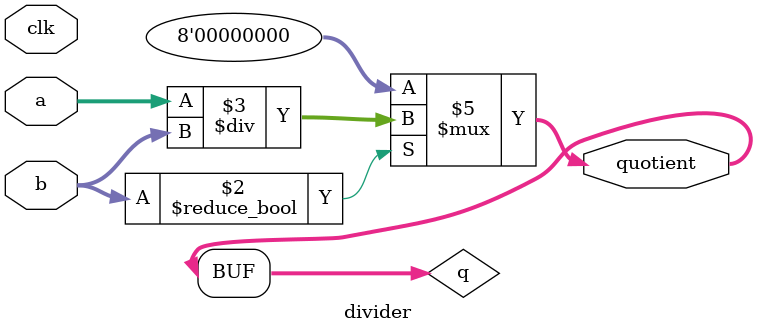
<source format=v>
module divider(input clk, input [3:0] a, b, output [7:0] quotient);

    // The quotient and remainder
    reg [7:0] q;        // Quotient register

    always @(*) begin
        if (b != 0) begin
            q = a / b;     
        end else begin
            q = 8'b00000000;  // Default values when divisor is 0 (avoid division by 0)
        end
    end
    
    assign quotient = q;


endmodule
</source>
